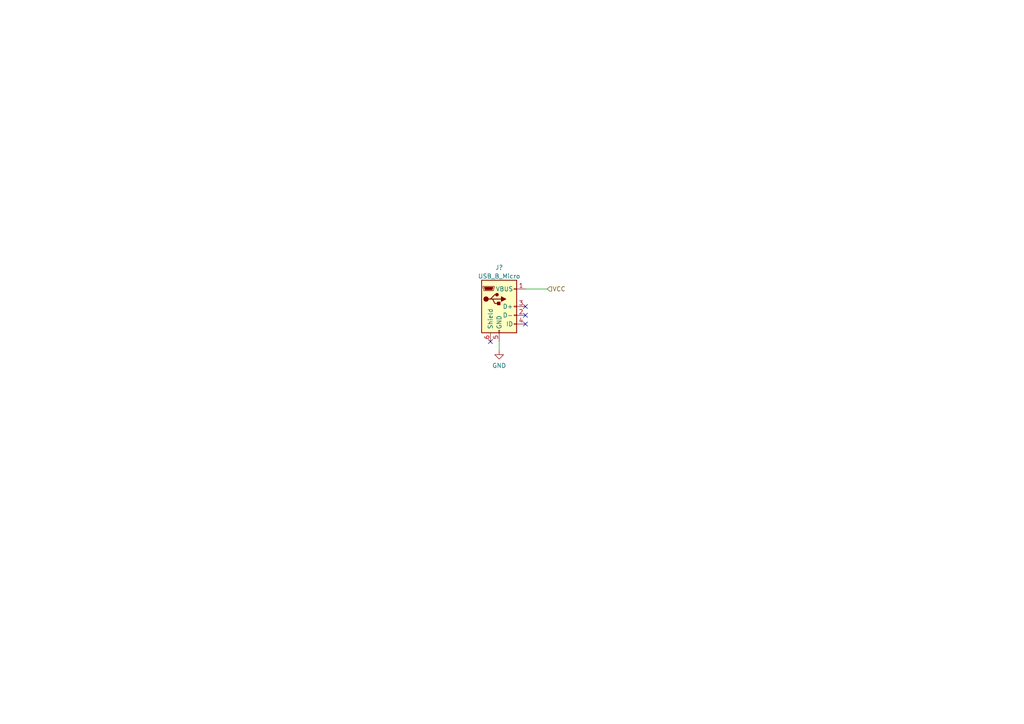
<source format=kicad_sch>
(kicad_sch (version 20211123) (generator eeschema)
  (paper "A4")
  (title_block (rev "1.0") (company "Cristóbal Cuevas Lagos"))
  (lib_symbols
    (symbol "Connector:USB_B_Micro" (pin_names (offset 1.016))
      (property "Reference" "J" (at -5.08 11.43 0))
      (property "Value" "USB_B_Micro" (at -5.08 8.89 0))
      (symbol "USB_B_Micro_0_1"
        (rectangle (start -5.08 -7.62) (end 5.08 7.62) (stroke (width 0.254)) (fill (type background)))
        (circle (center -3.81 2.159) (radius 0.635) (stroke (width 0.254)) (fill (type outline)))
        (circle (center -0.635 3.429) (radius 0.381) (stroke (width 0.254)) (fill (type outline)))
        (rectangle (start -0.127 -7.62) (end 0.127 -6.858))
        (polyline (pts (xy -1.905 2.159) (xy 0.635 2.159)) (stroke (width 0.254)))
        (polyline (pts (xy -3.175 2.159) (xy -2.54 2.159) (xy -1.27 3.429) (xy -0.635 3.429)) (stroke (width 0.254)))
        (polyline (pts (xy -2.54 2.159) (xy -1.905 2.159) (xy -1.27 0.889) (xy 0 0.889)) (stroke (width 0.254)))
        (polyline (pts (xy 0.635 2.794) (xy 0.635 1.524) (xy 1.905 2.159) (xy 0.635 2.794)) (stroke (width 0.254)) (fill (type outline)))
        (polyline (pts (xy -4.318 5.588) (xy -1.778 5.588) (xy -2.032 4.826) (xy -4.064 4.826) (xy -4.318 5.588)) (fill (type outline)))
        (polyline (pts (xy -4.699 5.842) (xy -4.699 5.588) (xy -4.445 4.826) (xy -4.445 4.572) (xy -1.651 4.572) (xy -1.651 4.826) (xy -1.397 5.588) (xy -1.397 5.842) (xy -4.699 5.842)))
        (rectangle (start 0.254 1.27) (end -0.508 0.508) (stroke (width 0.254)) (fill (type outline)))
        (rectangle (start 5.08 -5.207) (end 4.318 -4.953))
        (rectangle (start 5.08 -2.667) (end 4.318 -2.413))
        (rectangle (start 5.08 -0.127) (end 4.318 0.127))
        (rectangle (start 5.08 4.953) (end 4.318 5.207))
      )
      (symbol "USB_B_Micro_1_1"
        (pin power_out line (at 7.62 5.08 180) (length 2.54) (name "VBUS") (number "1"))
        (pin bidirectional line (at 7.62 -2.54 180) (length 2.54) (name "D-") (number "2"))
        (pin bidirectional line (at 7.62 0 180) (length 2.54) (name "D+") (number "3"))
        (pin passive line (at 7.62 -5.08 180) (length 2.54) (name "ID") (number "4"))
        (pin power_out line (at 0 -10.16 90) (length 2.54) (name "GND") (number "5"))
        (pin passive line (at -2.54 -10.16 90) (length 2.54) (name "Shield") (number "6"))
      )
    )
    (symbol "power:GND" (power) (pin_names (offset 0))
      (property "Value" "GND" (at 0 -3.81 0))
      (symbol "GND_0_1"
        (polyline (pts (xy 0 0) (xy 0 -1.27) (xy 1.27 -1.27) (xy 0 -2.54) (xy -1.27 -1.27) (xy 0 -1.27)))
      )
      (symbol "GND_1_1"
        (pin power_in line (at 0 0 270) (length 0) hide (name "GND") (number "1"))
      )
    )
  )
  (no_connect (at 142.24 99.06))
  (no_connect (at 152.4 88.9))
  (no_connect (at 152.4 93.98))
  (no_connect (at 152.4 91.44))
  (wire (pts (xy 144.78 99.06) (xy 144.78 101.6)))
  (wire (pts (xy 152.4 83.82) (xy 158.75 83.82)))
  (hierarchical_label "VCC" (shape input) (at 158.75 83.82 0))
  (symbol (lib_id "power:GND") (at 144.78 101.6 0) (unit 1)
    (property "Reference" "#PWR?" (effects hide))
    (property "Value" "GND" (at 144.78 106.0434 0))
  )
  (symbol (lib_id "Connector:USB_B_Micro") (at 144.78 88.9 0) (unit 1)
    (property "Reference" "J?" (at 144.78 77.5802 0))
    (property "Value" "USB_B_Micro" (at 144.78 80.1171 0))
  )
)
</source>
